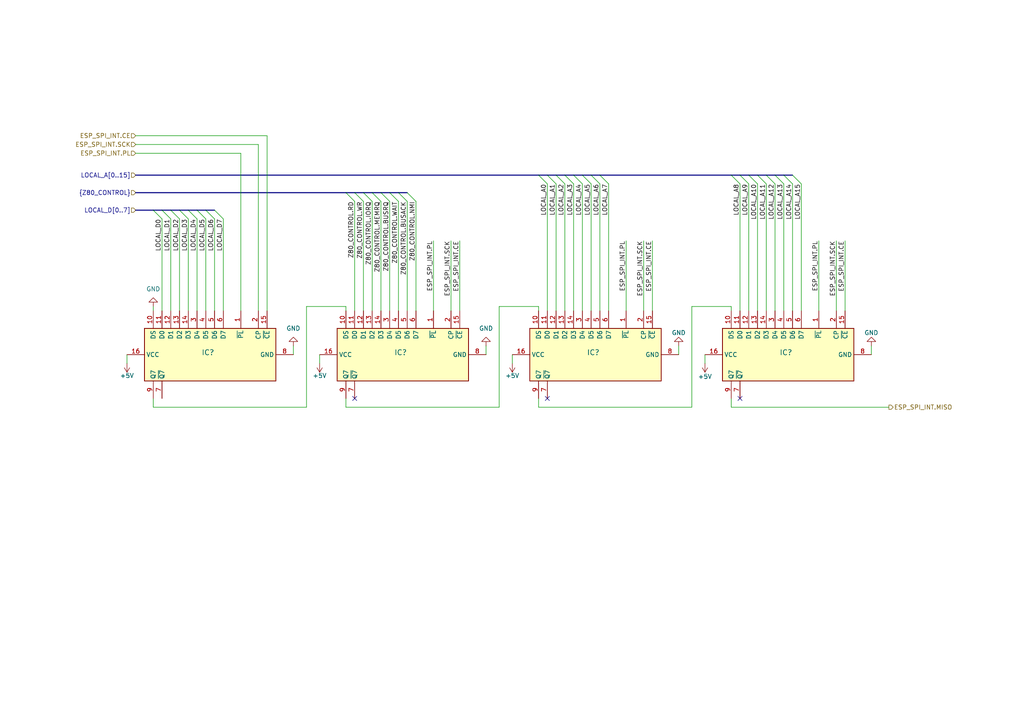
<source format=kicad_sch>
(kicad_sch (version 20230121) (generator eeschema)
  (paper "A4")
  (lib_symbols
    (symbol "74xx:74HC165"
      (property "Reference" "U" (at -7.62 19.05 0))
      (property "Value" "74HC165" (at -7.62 -21.59 0))
      (symbol "74HC165_1_0"
        (pin input line (at -12.7 -10.16 0) (length 5.08) (name "~{PL}") (number "1"))
        (pin input line (at -12.7 15.24 0) (length 5.08) (name "DS") (number "10"))
        (pin input line (at -12.7 12.7 0) (length 5.08) (name "D0") (number "11"))
        (pin input line (at -12.7 10.16 0) (length 5.08) (name "D1") (number "12"))
        (pin input line (at -12.7 7.62 0) (length 5.08) (name "D2") (number "13"))
        (pin input line (at -12.7 5.08 0) (length 5.08) (name "D3") (number "14"))
        (pin input line (at -12.7 -17.78 0) (length 5.08) (name "~{CE}") (number "15"))
        (pin power_in line (at 0 22.86 270) (length 5.08) (name "VCC") (number "16"))
        (pin input line (at -12.7 -15.24 0) (length 5.08) (name "CP") (number "2"))
        (pin input line (at -12.7 2.54 0) (length 5.08) (name "D4") (number "3"))
        (pin input line (at -12.7 0 0) (length 5.08) (name "D5") (number "4"))
        (pin input line (at -12.7 -2.54 0) (length 5.08) (name "D6") (number "5"))
        (pin input line (at -12.7 -5.08 0) (length 5.08) (name "D7") (number "6"))
        (pin output line (at 12.7 12.7 180) (length 5.08) (name "~{Q7}") (number "7"))
        (pin power_in line (at 0 -25.4 90) (length 5.08) (name "GND") (number "8"))
        (pin output line (at 12.7 15.24 180) (length 5.08) (name "Q7") (number "9"))
      )
      (symbol "74HC165_1_1"
        (rectangle (start -7.62 17.78) (end 7.62 -20.32) (stroke (width 0.254)) (fill (type background)))
      )
    )
    (symbol "power:+5V" (power) (pin_names (offset 0))
      (property "Value" "+5V" (at 0 3.556 0))
      (symbol "+5V_0_1"
        (polyline (pts (xy -0.762 1.27) (xy 0 2.54)))
        (polyline (pts (xy 0 0) (xy 0 2.54)))
        (polyline (pts (xy 0 2.54) (xy 0.762 1.27)))
      )
      (symbol "+5V_1_1"
        (pin power_in line (at 0 0 90) (length 0) hide (name "+5V") (number "1"))
      )
    )
    (symbol "power:GND" (power) (pin_names (offset 0))
      (property "Value" "GND" (at 0 -3.81 0))
      (symbol "GND_0_1"
        (polyline (pts (xy 0 0) (xy 0 -1.27) (xy 1.27 -1.27) (xy 0 -2.54) (xy -1.27 -1.27) (xy 0 -1.27)))
      )
      (symbol "GND_1_1"
        (pin power_in line (at 0 0 270) (length 0) hide (name "GND") (number "1"))
      )
    )
  )
  (no_connect (at 214.63 115.57))
  (no_connect (at 158.75 115.57))
  (no_connect (at 102.87 115.57))
  (bus_entry (at 52.07 60.96) (size 2.54 2.54))
  (bus_entry (at 163.83 50.8) (size 2.54 2.54))
  (bus_entry (at 161.29 50.8) (size 2.54 2.54))
  (bus_entry (at 229.87 50.8) (size 2.54 2.54))
  (bus_entry (at 44.45 60.96) (size 2.54 2.54))
  (bus_entry (at 168.91 50.8) (size 2.54 2.54))
  (bus_entry (at 156.21 50.8) (size 2.54 2.54))
  (bus_entry (at 59.69 60.96) (size 2.54 2.54))
  (bus_entry (at 118.11 55.88) (size 2.54 2.54))
  (bus_entry (at 102.87 55.88) (size 2.54 2.54))
  (bus_entry (at 113.03 55.88) (size 2.54 2.54))
  (bus_entry (at 158.75 50.8) (size 2.54 2.54))
  (bus_entry (at 171.45 50.8) (size 2.54 2.54))
  (bus_entry (at 166.37 50.8) (size 2.54 2.54))
  (bus_entry (at 54.61 60.96) (size 2.54 2.54))
  (bus_entry (at 214.63 50.8) (size 2.54 2.54))
  (bus_entry (at 217.17 50.8) (size 2.54 2.54))
  (bus_entry (at 219.71 50.8) (size 2.54 2.54))
  (bus_entry (at 222.25 50.8) (size 2.54 2.54))
  (bus_entry (at 227.33 50.8) (size 2.54 2.54))
  (bus_entry (at 62.23 60.96) (size 2.54 2.54))
  (bus_entry (at 46.99 60.96) (size 2.54 2.54))
  (bus_entry (at 57.15 60.96) (size 2.54 2.54))
  (bus_entry (at 110.49 55.88) (size 2.54 2.54))
  (bus_entry (at 105.41 55.88) (size 2.54 2.54))
  (bus_entry (at 49.53 60.96) (size 2.54 2.54))
  (bus_entry (at 115.57 55.88) (size 2.54 2.54))
  (bus_entry (at 212.09 50.8) (size 2.54 2.54))
  (bus_entry (at 173.99 50.8) (size 2.54 2.54))
  (bus_entry (at 224.79 50.8) (size 2.54 2.54))
  (bus_entry (at 100.33 55.88) (size 2.54 2.54))
  (bus_entry (at 107.95 55.88) (size 2.54 2.54))
  (wire (pts (xy 156.21 88.9) (xy 144.78 88.9)))
  (wire (pts (xy 44.45 115.57) (xy 44.45 118.11)))
  (bus (pts (xy 39.37 60.96) (xy 44.45 60.96)))
  (wire (pts (xy 140.97 100.33) (xy 140.97 102.87)))
  (bus (pts (xy 158.75 50.8) (xy 161.29 50.8)))
  (wire (pts (xy 237.49 69.85) (xy 237.49 90.17)))
  (bus (pts (xy 171.45 50.8) (xy 173.99 50.8)))
  (wire (pts (xy 49.53 63.5) (xy 49.53 90.17)))
  (bus (pts (xy 222.25 50.8) (xy 224.79 50.8)))
  (wire (pts (xy 92.71 105.41) (xy 92.71 102.87)))
  (wire (pts (xy 77.47 39.37) (xy 77.47 90.17)))
  (bus (pts (xy 156.21 50.8) (xy 158.75 50.8)))
  (wire (pts (xy 130.81 69.85) (xy 130.81 90.17)))
  (wire (pts (xy 212.09 88.9) (xy 212.09 90.17)))
  (wire (pts (xy 120.65 90.17) (xy 120.65 58.42)))
  (wire (pts (xy 54.61 63.5) (xy 54.61 90.17)))
  (bus (pts (xy 227.33 50.8) (xy 229.87 50.8)))
  (bus (pts (xy 100.33 55.88) (xy 102.87 55.88)))
  (bus (pts (xy 49.53 60.96) (xy 52.07 60.96)))
  (wire (pts (xy 227.33 53.34) (xy 227.33 90.17)))
  (wire (pts (xy 196.85 100.33) (xy 196.85 102.87)))
  (wire (pts (xy 200.66 88.9) (xy 212.09 88.9)))
  (wire (pts (xy 125.73 69.85) (xy 125.73 90.17)))
  (bus (pts (xy 163.83 50.8) (xy 166.37 50.8)))
  (bus (pts (xy 102.87 55.88) (xy 105.41 55.88)))
  (wire (pts (xy 118.11 58.42) (xy 118.11 90.17)))
  (wire (pts (xy 176.53 53.34) (xy 176.53 90.17)))
  (wire (pts (xy 39.37 44.45) (xy 69.85 44.45)))
  (wire (pts (xy 44.45 118.11) (xy 88.9 118.11)))
  (wire (pts (xy 148.59 105.41) (xy 148.59 102.87)))
  (bus (pts (xy 113.03 55.88) (xy 115.57 55.88)))
  (bus (pts (xy 166.37 50.8) (xy 168.91 50.8)))
  (bus (pts (xy 52.07 60.96) (xy 54.61 60.96)))
  (wire (pts (xy 212.09 118.11) (xy 257.81 118.11)))
  (wire (pts (xy 166.37 53.34) (xy 166.37 90.17)))
  (wire (pts (xy 46.99 63.5) (xy 46.99 90.17)))
  (wire (pts (xy 181.61 69.85) (xy 181.61 90.17)))
  (wire (pts (xy 52.07 63.5) (xy 52.07 90.17)))
  (wire (pts (xy 110.49 58.42) (xy 110.49 90.17)))
  (wire (pts (xy 245.11 69.85) (xy 245.11 90.17)))
  (wire (pts (xy 252.73 100.33) (xy 252.73 102.87)))
  (wire (pts (xy 62.23 63.5) (xy 62.23 90.17)))
  (wire (pts (xy 173.99 53.34) (xy 173.99 90.17)))
  (wire (pts (xy 100.33 118.11) (xy 144.78 118.11)))
  (bus (pts (xy 217.17 50.8) (xy 219.71 50.8)))
  (wire (pts (xy 88.9 118.11) (xy 88.9 88.9)))
  (wire (pts (xy 242.57 69.85) (xy 242.57 90.17)))
  (wire (pts (xy 64.77 63.5) (xy 64.77 90.17)))
  (bus (pts (xy 212.09 50.8) (xy 214.63 50.8)))
  (wire (pts (xy 217.17 53.34) (xy 217.17 90.17)))
  (wire (pts (xy 232.41 53.34) (xy 232.41 90.17)))
  (wire (pts (xy 105.41 58.42) (xy 105.41 90.17)))
  (wire (pts (xy 133.35 69.85) (xy 133.35 90.17)))
  (wire (pts (xy 186.69 69.85) (xy 186.69 90.17)))
  (bus (pts (xy 110.49 55.88) (xy 113.03 55.88)))
  (bus (pts (xy 115.57 55.88) (xy 118.11 55.88)))
  (wire (pts (xy 39.37 39.37) (xy 77.47 39.37)))
  (wire (pts (xy 161.29 53.34) (xy 161.29 90.17)))
  (wire (pts (xy 36.83 105.41) (xy 36.83 102.87)))
  (wire (pts (xy 144.78 88.9) (xy 144.78 118.11)))
  (wire (pts (xy 88.9 88.9) (xy 100.33 88.9)))
  (wire (pts (xy 200.66 118.11) (xy 200.66 88.9)))
  (wire (pts (xy 189.23 69.85) (xy 189.23 90.17)))
  (bus (pts (xy 219.71 50.8) (xy 222.25 50.8)))
  (wire (pts (xy 100.33 88.9) (xy 100.33 90.17)))
  (wire (pts (xy 224.79 53.34) (xy 224.79 90.17)))
  (wire (pts (xy 212.09 118.11) (xy 212.09 115.57)))
  (wire (pts (xy 115.57 58.42) (xy 115.57 90.17)))
  (wire (pts (xy 59.69 63.5) (xy 59.69 90.17)))
  (bus (pts (xy 107.95 55.88) (xy 110.49 55.88)))
  (wire (pts (xy 158.75 53.34) (xy 158.75 90.17)))
  (wire (pts (xy 107.95 90.17) (xy 107.95 58.42)))
  (wire (pts (xy 214.63 53.34) (xy 214.63 90.17)))
  (wire (pts (xy 57.15 63.5) (xy 57.15 90.17)))
  (bus (pts (xy 54.61 60.96) (xy 57.15 60.96)))
  (wire (pts (xy 74.93 41.91) (xy 74.93 90.17)))
  (wire (pts (xy 156.21 118.11) (xy 200.66 118.11)))
  (wire (pts (xy 204.47 105.41) (xy 204.47 102.87)))
  (wire (pts (xy 102.87 90.17) (xy 102.87 58.42)))
  (wire (pts (xy 156.21 118.11) (xy 156.21 115.57)))
  (wire (pts (xy 113.03 58.42) (xy 113.03 90.17)))
  (bus (pts (xy 57.15 60.96) (xy 59.69 60.96)))
  (wire (pts (xy 39.37 41.91) (xy 74.93 41.91)))
  (bus (pts (xy 59.69 60.96) (xy 62.23 60.96)))
  (wire (pts (xy 100.33 115.57) (xy 100.33 118.11)))
  (bus (pts (xy 46.99 60.96) (xy 49.53 60.96)))
  (wire (pts (xy 44.45 88.9) (xy 44.45 90.17)))
  (bus (pts (xy 44.45 60.96) (xy 46.99 60.96)))
  (wire (pts (xy 171.45 53.34) (xy 171.45 90.17)))
  (bus (pts (xy 105.41 55.88) (xy 107.95 55.88)))
  (bus (pts (xy 39.37 50.8) (xy 156.21 50.8)))
  (wire (pts (xy 222.25 53.34) (xy 222.25 90.17)))
  (bus (pts (xy 168.91 50.8) (xy 171.45 50.8)))
  (wire (pts (xy 168.91 53.34) (xy 168.91 90.17)))
  (bus (pts (xy 39.37 55.88) (xy 100.33 55.88)))
  (wire (pts (xy 229.87 53.34) (xy 229.87 90.17)))
  (wire (pts (xy 69.85 44.45) (xy 69.85 90.17)))
  (bus (pts (xy 224.79 50.8) (xy 227.33 50.8)))
  (wire (pts (xy 219.71 53.34) (xy 219.71 90.17)))
  (wire (pts (xy 156.21 88.9) (xy 156.21 90.17)))
  (bus (pts (xy 161.29 50.8) (xy 163.83 50.8)))
  (wire (pts (xy 85.09 100.33) (xy 85.09 102.87)))
  (bus (pts (xy 173.99 50.8) (xy 212.09 50.8)))
  (bus (pts (xy 214.63 50.8) (xy 217.17 50.8)))
  (wire (pts (xy 163.83 53.34) (xy 163.83 90.17)))
  (label "Z80_CONTROL.IORQ" (at 107.95 58.42 270))
  (label "ESP_SPI_INT.CE" (at 245.11 69.85 270))
  (label "LOCAL_D7" (at 64.77 63.5 270))
  (label "LOCAL_D4" (at 57.15 63.5 270))
  (label "LOCAL_A1" (at 161.29 53.34 270))
  (label "LOCAL_D5" (at 59.69 63.5 270))
  (label "Z80_CONTROL.NMI" (at 120.65 58.42 270))
  (label "Z80_CONTROL.BUSRQ" (at 113.03 58.42 270))
  (label "LOCAL_A15" (at 232.41 53.34 270))
  (label "LOCAL_D0" (at 46.99 63.5 270))
  (label "ESP_SPI_INT.PL" (at 125.73 69.85 270))
  (label "Z80_CONTROL.MEMRQ" (at 110.49 58.42 270))
  (label "LOCAL_A6" (at 173.99 53.34 270))
  (label "ESP_SPI_INT.SCK" (at 130.81 69.85 270))
  (label "LOCAL_D2" (at 52.07 63.5 270))
  (label "ESP_SPI_INT.CE" (at 189.23 69.85 270))
  (label "LOCAL_A4" (at 168.91 53.34 270))
  (label "Z80_CONTROL.WR" (at 105.41 58.42 270))
  (label "LOCAL_A14" (at 229.87 53.34 270))
  (label "LOCAL_A2" (at 163.83 53.34 270))
  (label "ESP_SPI_INT.SCK" (at 242.57 69.85 270))
  (label "ESP_SPI_INT.PL" (at 181.61 69.85 270))
  (label "ESP_SPI_INT.CE" (at 133.35 69.85 270))
  (label "LOCAL_A8" (at 214.63 53.34 270))
  (label "LOCAL_A7" (at 176.53 53.34 270))
  (label "Z80_CONTROL.WAIT" (at 115.57 58.42 270))
  (label "LOCAL_A9" (at 217.17 53.34 270))
  (label "LOCAL_A3" (at 166.37 53.34 270))
  (label "Z80_CONTROL.BUSACK" (at 118.11 58.42 270))
  (label "LOCAL_A10" (at 219.71 53.34 270))
  (label "Z80_CONTROL.RD" (at 102.87 58.42 270))
  (label "LOCAL_A5" (at 171.45 53.34 270))
  (label "LOCAL_A0" (at 158.75 53.34 270))
  (label "LOCAL_A11" (at 222.25 53.34 270))
  (label "ESP_SPI_INT.PL" (at 237.49 69.85 270))
  (label "LOCAL_D3" (at 54.61 63.5 270))
  (label "ESP_SPI_INT.SCK" (at 186.69 69.85 270))
  (label "LOCAL_D1" (at 49.53 63.5 270))
  (label "LOCAL_A13" (at 227.33 53.34 270))
  (label "LOCAL_D6" (at 62.23 63.5 270))
  (label "LOCAL_A12" (at 224.79 53.34 270))
  (hierarchical_label "ESP_SPI_INT.MISO" (shape output) (at 257.81 118.11 0))
  (hierarchical_label "ESP_SPI_INT.PL" (shape input) (at 39.37 44.45 180))
  (hierarchical_label "ESP_SPI_INT.SCK" (shape input) (at 39.37 41.91 180))
  (hierarchical_label "LOCAL_A[0..15]" (shape input) (at 39.37 50.8 180))
  (hierarchical_label "ESP_SPI_INT.CE" (shape input) (at 39.37 39.37 180))
  (hierarchical_label "LOCAL_D[0..7]" (shape input) (at 39.37 60.96 180))
  (hierarchical_label "{Z80_CONTROL}" (shape input) (at 39.37 55.88 180))
  (symbol (lib_id "power:+5V") (at 36.83 105.41 0) (mirror x) (unit 1)
    (property "Reference" "#PWR?" (effects hide))
    (property "Value" "+5V" (at 36.83 108.966 0))
    (instances (project "SPI-Z80-BUS_ZXspectrum" (path "" (reference "#PWR?") (unit 1)) (path "" (reference "#PWR01") (unit 1))) (project "FujiNet_Z80Bus_Basic" (path "" (reference "#PWR010") (unit 1))) (project "SPI-Z80-BUS_ZXspectrum_impl" (path "" (reference "#PWR013") (unit 1))))
  )
  (symbol (lib_id "power:+5V") (at 92.71 105.41 0) (mirror x) (unit 1)
    (property "Reference" "#PWR?" (effects hide))
    (property "Value" "+5V" (at 92.71 108.966 0))
    (instances (project "SPI-Z80-BUS_ZXspectrum" (path "" (reference "#PWR?") (unit 1)) (path "" (reference "#PWR05") (unit 1))) (project "FujiNet_Z80Bus_Basic" (path "" (reference "#PWR014") (unit 1))) (project "SPI-Z80-BUS_ZXspectrum_impl" (path "" (reference "#PWR016") (unit 1))))
  )
  (symbol (lib_id "74xx:74HC165") (at 115.57 102.87 90) (mirror x) (unit 1)
    (property "Reference" "IC?" (at 116.205 102.235 90) (effects (font (size 1.4986 1.4986))))
    (property "Value" "74HC165N" (effects hide))
    (property "Footprint" "Package_DIP:DIP-16_W7.62mm_Socket" (effects hide))
    (property "Datasheet" "https://assets.nexperia.com/documents/data-sheet/74HC_HCT165.pdf" (effects hide))
    (instances (project "SPI-Z80-BUS_ZXspectrum" (path "" (reference "IC?") (unit 1)) (path "" (reference "IC2") (unit 1))) (project "FujiNet_Z80Bus_Basic" (path "" (reference "IC?") (unit 1))) (project "SPI-Z80-BUS_ZXspectrum_impl" (path "" (reference "IC?") (unit 1)) (path "" (reference "ZX80_CONTROL.RD1") (unit 1))))
  )
  (symbol (lib_id "power:GND") (at 140.97 100.33 0) (mirror x) (unit 1)
    (property "Reference" "#PWR?" (effects hide))
    (property "Value" "GND" (at 140.97 95.25 0))
    (instances (project "SPI-Z80-BUS_ZXspectrum" (path "" (reference "#PWR?") (unit 1)) (path "" (reference "#PWR06") (unit 1))) (project "FujiNet_Z80Bus_Basic" (path "" (reference "#PWR017") (unit 1))) (project "SPI-Z80-BUS_ZXspectrum_impl" (path "" (reference "#PWR017") (unit 1))))
  )
  (symbol (lib_id "power:+5V") (at 204.47 105.41 0) (mirror x) (unit 1)
    (property "Reference" "#PWR?" (effects hide))
    (property "Value" "+5V" (at 204.47 109.22 0))
    (instances (project "SPI-Z80-BUS_ZXspectrum" (path "" (reference "#PWR?") (unit 1)) (path "" (reference "#PWR011") (unit 1))) (project "FujiNet_Z80Bus_Basic" (path "" (reference "#PWR024") (unit 1))) (project "SPI-Z80-BUS_ZXspectrum_impl" (path "" (reference "#PWR020") (unit 1))))
  )
  (symbol (lib_id "power:GND") (at 85.09 100.33 0) (mirror x) (unit 1)
    (property "Reference" "#PWR?" (effects hide))
    (property "Value" "GND" (at 85.09 95.25 0))
    (instances (project "SPI-Z80-BUS_ZXspectrum" (path "" (reference "#PWR?") (unit 1)) (path "" (reference "#PWR03") (unit 1))) (project "FujiNet_Z80Bus_Basic" (path "" (reference "#PWR013") (unit 1))) (project "SPI-Z80-BUS_ZXspectrum_impl" (path "" (reference "#PWR015") (unit 1))))
  )
  (symbol (lib_id "74xx:74HC165") (at 227.33 102.87 90) (mirror x) (unit 1)
    (property "Reference" "IC?" (at 227.965 102.235 90) (effects (font (size 1.4986 1.4986))))
    (property "Value" "74HC165N" (effects hide))
    (property "Footprint" "Package_DIP:DIP-16_W7.62mm_Socket" (effects hide))
    (property "Datasheet" "https://assets.nexperia.com/documents/data-sheet/74HC_HCT165.pdf" (effects hide))
    (instances (project "SPI-Z80-BUS_ZXspectrum" (path "" (reference "IC?") (unit 1)) (path "" (reference "IC4") (unit 1))) (project "FujiNet_Z80Bus_Basic" (path "" (reference "IC?") (unit 1))) (project "SPI-Z80-BUS_ZXspectrum_impl" (path "" (reference "IC?") (unit 1)) (path "" (reference "LOCAL_A-H.RD1") (unit 1))))
  )
  (symbol (lib_id "power:GND") (at 44.45 88.9 0) (mirror x) (unit 1)
    (property "Reference" "#PWR?" (effects hide))
    (property "Value" "GND" (at 44.45 83.82 0))
    (instances (project "SPI-Z80-BUS_ZXspectrum" (path "" (reference "#PWR?") (unit 1)) (path "" (reference "#PWR02") (unit 1))) (project "FujiNet_Z80Bus_Basic" (path "" (reference "#PWR011") (unit 1))) (project "SPI-Z80-BUS_ZXspectrum_impl" (path "" (reference "#PWR014") (unit 1))))
  )
  (symbol (lib_id "74xx:74HC165") (at 171.45 102.87 90) (mirror x) (unit 1)
    (property "Reference" "IC?" (at 172.085 102.235 90) (effects (font (size 1.4986 1.4986))))
    (property "Value" "74HC165N" (effects hide))
    (property "Footprint" "Package_DIP:DIP-16_W7.62mm_Socket" (effects hide))
    (property "Datasheet" "https://assets.nexperia.com/documents/data-sheet/74HC_HCT165.pdf" (effects hide))
    (instances (project "SPI-Z80-BUS_ZXspectrum" (path "" (reference "IC?") (unit 1)) (path "" (reference "IC3") (unit 1))) (project "FujiNet_Z80Bus_Basic" (path "" (reference "IC?") (unit 1))) (project "SPI-Z80-BUS_ZXspectrum_impl" (path "" (reference "IC?") (unit 1)) (path "" (reference "LOCAL_A-L.RD1") (unit 1))))
  )
  (symbol (lib_id "power:+5V") (at 148.59 105.41 0) (mirror x) (unit 1)
    (property "Reference" "#PWR?" (effects hide))
    (property "Value" "+5V" (at 148.59 108.966 0))
    (instances (project "SPI-Z80-BUS_ZXspectrum" (path "" (reference "#PWR?") (unit 1)) (path "" (reference "#PWR08") (unit 1))) (project "FujiNet_Z80Bus_Basic" (path "" (reference "#PWR018") (unit 1))) (project "SPI-Z80-BUS_ZXspectrum_impl" (path "" (reference "#PWR018") (unit 1))))
  )
  (symbol (lib_id "74xx:74HC165") (at 59.69 102.87 90) (mirror x) (unit 1)
    (property "Reference" "IC?" (at 60.325 102.235 90) (effects (font (size 1.4986 1.4986))))
    (property "Value" "74HC165N" (effects hide))
    (property "Footprint" "Package_DIP:DIP-16_W7.62mm_Socket" (effects hide))
    (property "Datasheet" "https://assets.nexperia.com/documents/data-sheet/74HC_HCT165.pdf" (effects hide))
    (instances (project "SPI-Z80-BUS_ZXspectrum" (path "" (reference "IC?") (unit 1)) (path "" (reference "IC1") (unit 1))) (project "FujiNet_Z80Bus_Basic" (path "" (reference "IC?") (unit 1))) (project "SPI-Z80-BUS_ZXspectrum_impl" (path "" (reference "IC?") (unit 1)) (path "" (reference "LOCAL_D.RD1") (unit 1))))
  )
  (symbol (lib_id "power:GND") (at 196.85 100.33 0) (mirror x) (unit 1)
    (property "Reference" "#PWR?" (effects hide))
    (property "Value" "GND" (at 196.85 96.52 0))
    (instances (project "SPI-Z80-BUS_ZXspectrum" (path "" (reference "#PWR?") (unit 1)) (path "" (reference "#PWR09") (unit 1))) (project "FujiNet_Z80Bus_Basic" (path "" (reference "#PWR023") (unit 1))) (project "SPI-Z80-BUS_ZXspectrum_impl" (path "" (reference "#PWR019") (unit 1))))
  )
  (symbol (lib_id "power:GND") (at 252.73 100.33 0) (mirror x) (unit 1)
    (property "Reference" "#PWR?" (effects hide))
    (property "Value" "GND" (at 252.73 96.52 0))
    (instances (project "SPI-Z80-BUS_ZXspectrum" (path "" (reference "#PWR?") (unit 1)) (path "" (reference "#PWR012") (unit 1))) (project "FujiNet_Z80Bus_Basic" (path "" (reference "#PWR028") (unit 1))) (project "SPI-Z80-BUS_ZXspectrum_impl" (path "" (reference "#PWR021") (unit 1))))
  )
)
</source>
